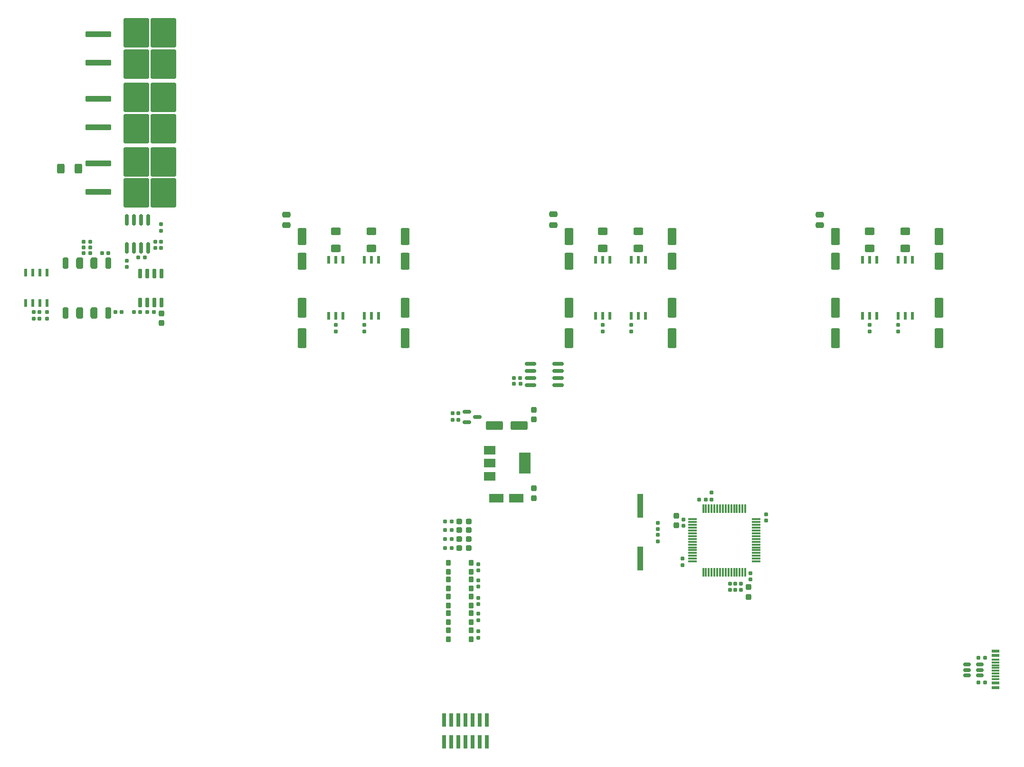
<source format=gbr>
%TF.GenerationSoftware,KiCad,Pcbnew,7.0.5-7.0.5~ubuntu22.04.1*%
%TF.CreationDate,2023-07-11T09:47:34+02:00*%
%TF.ProjectId,Inverter_KiCAD,496e7665-7274-4657-925f-4b694341442e,rev?*%
%TF.SameCoordinates,Original*%
%TF.FileFunction,Paste,Top*%
%TF.FilePolarity,Positive*%
%FSLAX46Y46*%
G04 Gerber Fmt 4.6, Leading zero omitted, Abs format (unit mm)*
G04 Created by KiCad (PCBNEW 7.0.5-7.0.5~ubuntu22.04.1) date 2023-07-11 09:47:34*
%MOMM*%
%LPD*%
G01*
G04 APERTURE LIST*
G04 Aperture macros list*
%AMRoundRect*
0 Rectangle with rounded corners*
0 $1 Rounding radius*
0 $2 $3 $4 $5 $6 $7 $8 $9 X,Y pos of 4 corners*
0 Add a 4 corners polygon primitive as box body*
4,1,4,$2,$3,$4,$5,$6,$7,$8,$9,$2,$3,0*
0 Add four circle primitives for the rounded corners*
1,1,$1+$1,$2,$3*
1,1,$1+$1,$4,$5*
1,1,$1+$1,$6,$7*
1,1,$1+$1,$8,$9*
0 Add four rect primitives between the rounded corners*
20,1,$1+$1,$2,$3,$4,$5,0*
20,1,$1+$1,$4,$5,$6,$7,0*
20,1,$1+$1,$6,$7,$8,$9,0*
20,1,$1+$1,$8,$9,$2,$3,0*%
G04 Aperture macros list end*
%ADD10RoundRect,0.237500X-0.287500X-0.237500X0.287500X-0.237500X0.287500X0.237500X-0.287500X0.237500X0*%
%ADD11RoundRect,0.155000X-0.212500X-0.155000X0.212500X-0.155000X0.212500X0.155000X-0.212500X0.155000X0*%
%ADD12RoundRect,0.250000X0.550000X-1.250000X0.550000X1.250000X-0.550000X1.250000X-0.550000X-1.250000X0*%
%ADD13RoundRect,0.250000X0.625000X-0.400000X0.625000X0.400000X-0.625000X0.400000X-0.625000X-0.400000X0*%
%ADD14RoundRect,0.155000X0.212500X0.155000X-0.212500X0.155000X-0.212500X-0.155000X0.212500X-0.155000X0*%
%ADD15RoundRect,0.160000X-0.160000X0.197500X-0.160000X-0.197500X0.160000X-0.197500X0.160000X0.197500X0*%
%ADD16RoundRect,0.250000X-0.475000X0.250000X-0.475000X-0.250000X0.475000X-0.250000X0.475000X0.250000X0*%
%ADD17RoundRect,0.250000X-2.050000X-0.300000X2.050000X-0.300000X2.050000X0.300000X-2.050000X0.300000X0*%
%ADD18RoundRect,0.250000X-2.025000X-2.375000X2.025000X-2.375000X2.025000X2.375000X-2.025000X2.375000X0*%
%ADD19RoundRect,0.155000X-0.155000X0.212500X-0.155000X-0.212500X0.155000X-0.212500X0.155000X0.212500X0*%
%ADD20R,1.450000X0.600000*%
%ADD21R,1.450000X0.300000*%
%ADD22RoundRect,0.160000X0.197500X0.160000X-0.197500X0.160000X-0.197500X-0.160000X0.197500X-0.160000X0*%
%ADD23RoundRect,0.150000X-0.512500X-0.150000X0.512500X-0.150000X0.512500X0.150000X-0.512500X0.150000X0*%
%ADD24R,0.508000X1.460500*%
%ADD25RoundRect,0.254000X0.254000X0.746000X-0.254000X0.746000X-0.254000X-0.746000X0.254000X-0.746000X0*%
%ADD26RoundRect,0.317500X0.317500X0.682500X-0.317500X0.682500X-0.317500X-0.682500X0.317500X-0.682500X0*%
%ADD27RoundRect,0.265000X0.265000X0.735000X-0.265000X0.735000X-0.265000X-0.735000X0.265000X-0.735000X0*%
%ADD28RoundRect,0.225000X-0.225000X-0.275000X0.225000X-0.275000X0.225000X0.275000X-0.225000X0.275000X0*%
%ADD29RoundRect,0.150000X0.150000X-0.825000X0.150000X0.825000X-0.150000X0.825000X-0.150000X-0.825000X0*%
%ADD30RoundRect,0.237500X0.237500X-0.287500X0.237500X0.287500X-0.237500X0.287500X-0.237500X-0.287500X0*%
%ADD31RoundRect,0.160000X0.160000X-0.197500X0.160000X0.197500X-0.160000X0.197500X-0.160000X-0.197500X0*%
%ADD32RoundRect,0.075000X-0.700000X-0.075000X0.700000X-0.075000X0.700000X0.075000X-0.700000X0.075000X0*%
%ADD33RoundRect,0.075000X-0.075000X-0.700000X0.075000X-0.700000X0.075000X0.700000X-0.075000X0.700000X0*%
%ADD34RoundRect,0.250000X-0.550000X1.500000X-0.550000X-1.500000X0.550000X-1.500000X0.550000X1.500000X0*%
%ADD35RoundRect,0.150000X-0.587500X-0.150000X0.587500X-0.150000X0.587500X0.150000X-0.587500X0.150000X0*%
%ADD36RoundRect,0.160000X-0.197500X-0.160000X0.197500X-0.160000X0.197500X0.160000X-0.197500X0.160000X0*%
%ADD37RoundRect,0.250000X1.250000X0.550000X-1.250000X0.550000X-1.250000X-0.550000X1.250000X-0.550000X0*%
%ADD38R,0.508000X1.346200*%
%ADD39RoundRect,0.237500X-0.237500X0.300000X-0.237500X-0.300000X0.237500X-0.300000X0.237500X0.300000X0*%
%ADD40RoundRect,0.155000X0.155000X-0.212500X0.155000X0.212500X-0.155000X0.212500X-0.155000X-0.212500X0*%
%ADD41R,1.016000X4.318000*%
%ADD42R,0.740000X2.400000*%
%ADD43RoundRect,0.250000X-1.050000X-0.550000X1.050000X-0.550000X1.050000X0.550000X-1.050000X0.550000X0*%
%ADD44RoundRect,0.237500X0.237500X-0.300000X0.237500X0.300000X-0.237500X0.300000X-0.237500X-0.300000X0*%
%ADD45RoundRect,0.250000X-0.400000X-0.625000X0.400000X-0.625000X0.400000X0.625000X-0.400000X0.625000X0*%
%ADD46RoundRect,0.150000X0.825000X0.150000X-0.825000X0.150000X-0.825000X-0.150000X0.825000X-0.150000X0*%
%ADD47R,2.000000X1.500000*%
%ADD48R,2.000000X3.800000*%
%ADD49RoundRect,0.150000X0.150000X-0.725000X0.150000X0.725000X-0.150000X0.725000X-0.150000X-0.725000X0*%
G04 APERTURE END LIST*
D10*
%TO.C,D802*%
X114325000Y-159200000D03*
X116075000Y-159200000D03*
%TD*%
D11*
%TO.C,C812*%
X157150000Y-153775000D03*
X158285000Y-153775000D03*
%TD*%
D12*
%TO.C,C203*%
X86340000Y-111200000D03*
X86340000Y-106800000D03*
%TD*%
D13*
%TO.C,R404*%
X193835000Y-108990000D03*
X193835000Y-105890000D03*
%TD*%
D14*
%TO.C,C901*%
X57467500Y-120300000D03*
X56332500Y-120300000D03*
%TD*%
D15*
%TO.C,R302*%
X145005000Y-122542500D03*
X145005000Y-123737500D03*
%TD*%
D10*
%TO.C,D801*%
X114325000Y-157600000D03*
X116075000Y-157600000D03*
%TD*%
D12*
%TO.C,C204*%
X104740000Y-111200000D03*
X104740000Y-106800000D03*
%TD*%
D13*
%TO.C,R204*%
X98715000Y-108990000D03*
X98715000Y-105890000D03*
%TD*%
D16*
%TO.C,C306*%
X131125000Y-102875000D03*
X131125000Y-104775000D03*
%TD*%
D12*
%TO.C,C404*%
X199860000Y-111200000D03*
X199860000Y-106800000D03*
%TD*%
D17*
%TO.C,D902*%
X50050000Y-75840000D03*
D18*
X61625000Y-76075000D03*
X61625000Y-70525000D03*
X56775000Y-76075000D03*
X56775000Y-70525000D03*
D17*
X50050000Y-70760000D03*
%TD*%
D19*
%TO.C,C808*%
X166275000Y-166857500D03*
X166275000Y-167992500D03*
%TD*%
D20*
%TO.C,J801*%
X209955000Y-187250000D03*
X209955000Y-186450000D03*
D21*
X209955000Y-185250000D03*
X209955000Y-184250000D03*
X209955000Y-183750000D03*
X209955000Y-182750000D03*
D20*
X209955000Y-181550000D03*
X209955000Y-180750000D03*
X209955000Y-180750000D03*
X209955000Y-181550000D03*
D21*
X209955000Y-182250000D03*
X209955000Y-183250000D03*
X209955000Y-184750000D03*
X209955000Y-185750000D03*
D20*
X209955000Y-186450000D03*
X209955000Y-187250000D03*
%TD*%
D12*
%TO.C,C304*%
X152300000Y-111200000D03*
X152300000Y-106800000D03*
%TD*%
D19*
%TO.C,C902*%
X55100000Y-111132500D03*
X55100000Y-112267500D03*
%TD*%
D22*
%TO.C,R805*%
X112997500Y-159200000D03*
X111802500Y-159200000D03*
%TD*%
D19*
%TO.C,C602*%
X39500000Y-120332500D03*
X39500000Y-121467500D03*
%TD*%
D15*
%TO.C,R201*%
X92365000Y-122542500D03*
X92365000Y-123737500D03*
%TD*%
D23*
%TO.C,U802*%
X207137500Y-183150000D03*
X207137500Y-184100000D03*
X207137500Y-185050000D03*
X204862500Y-185050000D03*
X204862500Y-184100000D03*
X204862500Y-183150000D03*
%TD*%
D24*
%TO.C,U601*%
X40905000Y-113275850D03*
X39635000Y-113275850D03*
X38365000Y-113275850D03*
X37095000Y-113275850D03*
X37095000Y-118724150D03*
X38365000Y-118724150D03*
X39635000Y-118724150D03*
X40905000Y-118724150D03*
%TD*%
D25*
%TO.C,U602*%
X51810000Y-111550000D03*
D26*
X49270000Y-111550000D03*
X46730000Y-111550000D03*
D25*
X44190000Y-111550000D03*
X44190000Y-120450000D03*
D26*
X46730000Y-120450000D03*
X49270000Y-120450000D03*
D27*
X51810000Y-120450000D03*
%TD*%
D11*
%TO.C,C606*%
X53032500Y-120300000D03*
X54167500Y-120300000D03*
%TD*%
D10*
%TO.C,D804*%
X114325000Y-162400000D03*
X116075000Y-162400000D03*
%TD*%
D22*
%TO.C,R1201*%
X125272500Y-133105000D03*
X124077500Y-133105000D03*
%TD*%
D19*
%TO.C,C903*%
X60200000Y-107732500D03*
X60200000Y-108867500D03*
%TD*%
%TO.C,C816*%
X117775000Y-168132500D03*
X117775000Y-169267500D03*
%TD*%
D13*
%TO.C,R303*%
X139925000Y-108990000D03*
X139925000Y-105890000D03*
%TD*%
D28*
%TO.C,SW803*%
X112425000Y-168000000D03*
X116525000Y-168000000D03*
X112425000Y-169600000D03*
X116525000Y-169600000D03*
%TD*%
D22*
%TO.C,R602*%
X48597500Y-109800000D03*
X47402500Y-109800000D03*
%TD*%
D14*
%TO.C,C605*%
X51820000Y-109800000D03*
X50685000Y-109800000D03*
%TD*%
D13*
%TO.C,R304*%
X146275000Y-108990000D03*
X146275000Y-105890000D03*
%TD*%
D29*
%TO.C,U902*%
X55100000Y-108850000D03*
X56370000Y-108850000D03*
X57640000Y-108850000D03*
X58910000Y-108850000D03*
X58910000Y-103900000D03*
X57640000Y-103900000D03*
X56370000Y-103900000D03*
X55100000Y-103900000D03*
%TD*%
D19*
%TO.C,C817*%
X117775000Y-171232500D03*
X117775000Y-172367500D03*
%TD*%
%TO.C,C603*%
X38500000Y-120332500D03*
X38500000Y-121467500D03*
%TD*%
D12*
%TO.C,C403*%
X181460000Y-111200000D03*
X181460000Y-106800000D03*
%TD*%
D15*
%TO.C,R401*%
X187485000Y-122542500D03*
X187485000Y-123737500D03*
%TD*%
D30*
%TO.C,D901*%
X61300000Y-122275000D03*
X61300000Y-120525000D03*
%TD*%
D13*
%TO.C,R203*%
X92365000Y-108990000D03*
X92365000Y-105890000D03*
%TD*%
D30*
%TO.C,L801*%
X165900000Y-171100000D03*
X165900000Y-169350000D03*
%TD*%
D31*
%TO.C,R801*%
X159350000Y-153700000D03*
X159350000Y-152505000D03*
%TD*%
D32*
%TO.C,U801*%
X155925000Y-157250000D03*
X155925000Y-157750000D03*
X155925000Y-158250000D03*
X155925000Y-158750000D03*
X155925000Y-159250000D03*
X155925000Y-159750000D03*
X155925000Y-160250000D03*
X155925000Y-160750000D03*
X155925000Y-161250000D03*
X155925000Y-161750000D03*
X155925000Y-162250000D03*
X155925000Y-162750000D03*
X155925000Y-163250000D03*
X155925000Y-163750000D03*
X155925000Y-164250000D03*
X155925000Y-164750000D03*
D33*
X157850000Y-166675000D03*
X158350000Y-166675000D03*
X158850000Y-166675000D03*
X159350000Y-166675000D03*
X159850000Y-166675000D03*
X160350000Y-166675000D03*
X160850000Y-166675000D03*
X161350000Y-166675000D03*
X161850000Y-166675000D03*
X162350000Y-166675000D03*
X162850000Y-166675000D03*
X163350000Y-166675000D03*
X163850000Y-166675000D03*
X164350000Y-166675000D03*
X164850000Y-166675000D03*
X165350000Y-166675000D03*
D32*
X167275000Y-164750000D03*
X167275000Y-164250000D03*
X167275000Y-163750000D03*
X167275000Y-163250000D03*
X167275000Y-162750000D03*
X167275000Y-162250000D03*
X167275000Y-161750000D03*
X167275000Y-161250000D03*
X167275000Y-160750000D03*
X167275000Y-160250000D03*
X167275000Y-159750000D03*
X167275000Y-159250000D03*
X167275000Y-158750000D03*
X167275000Y-158250000D03*
X167275000Y-157750000D03*
X167275000Y-157250000D03*
D33*
X165350000Y-155325000D03*
X164850000Y-155325000D03*
X164350000Y-155325000D03*
X163850000Y-155325000D03*
X163350000Y-155325000D03*
X162850000Y-155325000D03*
X162350000Y-155325000D03*
X161850000Y-155325000D03*
X161350000Y-155325000D03*
X160850000Y-155325000D03*
X160350000Y-155325000D03*
X159850000Y-155325000D03*
X159350000Y-155325000D03*
X158850000Y-155325000D03*
X158350000Y-155325000D03*
X157850000Y-155325000D03*
%TD*%
D15*
%TO.C,R701*%
X61200000Y-104602500D03*
X61200000Y-105797500D03*
%TD*%
D19*
%TO.C,C809*%
X154350000Y-157257500D03*
X154350000Y-158392500D03*
%TD*%
D10*
%TO.C,D803*%
X114325000Y-160800000D03*
X116075000Y-160800000D03*
%TD*%
D34*
%TO.C,C302*%
X152300000Y-119540000D03*
X152300000Y-124940000D03*
%TD*%
D35*
%TO.C,Q1101*%
X115725000Y-138050000D03*
X115725000Y-139950000D03*
X117600000Y-139000000D03*
%TD*%
D36*
%TO.C,R601*%
X47402500Y-107800000D03*
X48597500Y-107800000D03*
%TD*%
D28*
%TO.C,SW802*%
X112425000Y-165000000D03*
X116525000Y-165000000D03*
X112425000Y-166600000D03*
X116525000Y-166600000D03*
%TD*%
D19*
%TO.C,C815*%
X117775000Y-165232500D03*
X117775000Y-166367500D03*
%TD*%
D15*
%TO.C,R1102*%
X114162500Y-138302500D03*
X114162500Y-139497500D03*
%TD*%
D14*
%TO.C,C604*%
X48567500Y-108800000D03*
X47432500Y-108800000D03*
%TD*%
D34*
%TO.C,C201*%
X86340000Y-119540000D03*
X86340000Y-124940000D03*
%TD*%
D17*
%TO.C,D903*%
X50050000Y-87340000D03*
D18*
X61625000Y-87575000D03*
X61625000Y-82025000D03*
X56775000Y-87575000D03*
X56775000Y-82025000D03*
D17*
X50050000Y-82260000D03*
%TD*%
D37*
%TO.C,C502*%
X125004000Y-140560000D03*
X120604000Y-140560000D03*
%TD*%
D38*
%TO.C,Q301*%
X138655000Y-120991100D03*
X139925000Y-120991100D03*
X141195000Y-120991100D03*
X145005000Y-120991100D03*
X146275000Y-120991100D03*
X147545000Y-120991100D03*
X147545000Y-111008900D03*
X146275000Y-111008900D03*
X145005000Y-111008900D03*
X141195000Y-111008900D03*
X139925000Y-111008900D03*
X138655000Y-111008900D03*
%TD*%
D39*
%TO.C,C813*%
X127700000Y-137737500D03*
X127700000Y-139462500D03*
%TD*%
D40*
%TO.C,C811*%
X154200000Y-165392500D03*
X154200000Y-164257500D03*
%TD*%
D41*
%TO.C,Y801*%
X146600000Y-164199000D03*
X146600000Y-154801000D03*
%TD*%
D38*
%TO.C,Q401*%
X186215000Y-120991100D03*
X187485000Y-120991100D03*
X188755000Y-120991100D03*
X192565000Y-120991100D03*
X193835000Y-120991100D03*
X195105000Y-120991100D03*
X195105000Y-111008900D03*
X193835000Y-111008900D03*
X192565000Y-111008900D03*
X188755000Y-111008900D03*
X187485000Y-111008900D03*
X186215000Y-111008900D03*
%TD*%
D22*
%TO.C,R804*%
X112997500Y-157600000D03*
X111802500Y-157600000D03*
%TD*%
D34*
%TO.C,C402*%
X199860000Y-119540000D03*
X199860000Y-124940000D03*
%TD*%
D42*
%TO.C,J803*%
X111650000Y-196950000D03*
X111650000Y-193050000D03*
X112920000Y-196950000D03*
X112920000Y-193050000D03*
X114190000Y-196950000D03*
X114190000Y-193050000D03*
X115460000Y-196950000D03*
X115460000Y-193050000D03*
X116730000Y-196950000D03*
X116730000Y-193050000D03*
X118000000Y-196950000D03*
X118000000Y-193050000D03*
X119270000Y-196950000D03*
X119270000Y-193050000D03*
%TD*%
D17*
%TO.C,Q901*%
X50050000Y-93760000D03*
D18*
X56775000Y-93525000D03*
X56775000Y-99075000D03*
X61625000Y-93525000D03*
X61625000Y-99075000D03*
D17*
X50050000Y-98840000D03*
%TD*%
D19*
%TO.C,C818*%
X117775000Y-174100000D03*
X117775000Y-175235000D03*
%TD*%
D22*
%TO.C,R802*%
X208097500Y-186300000D03*
X206902500Y-186300000D03*
%TD*%
D43*
%TO.C,C501*%
X120954000Y-153460000D03*
X124554000Y-153460000D03*
%TD*%
D34*
%TO.C,C301*%
X133900000Y-119540000D03*
X133900000Y-124940000D03*
%TD*%
D19*
%TO.C,C814*%
X117775000Y-177232500D03*
X117775000Y-178367500D03*
%TD*%
D28*
%TO.C,SW801*%
X112425000Y-177000000D03*
X116525000Y-177000000D03*
X112425000Y-178600000D03*
X116525000Y-178600000D03*
%TD*%
%TO.C,SW804*%
X112425000Y-171000000D03*
X116525000Y-171000000D03*
X112425000Y-172600000D03*
X116525000Y-172600000D03*
%TD*%
D44*
%TO.C,C806*%
X127700000Y-153462500D03*
X127700000Y-151737500D03*
%TD*%
D15*
%TO.C,R402*%
X192565000Y-122542500D03*
X192565000Y-123737500D03*
%TD*%
D19*
%TO.C,C904*%
X61200000Y-107732500D03*
X61200000Y-108867500D03*
%TD*%
%TO.C,C601*%
X40900000Y-120332500D03*
X40900000Y-121467500D03*
%TD*%
D45*
%TO.C,R903*%
X43350000Y-94700000D03*
X46450000Y-94700000D03*
%TD*%
D22*
%TO.C,R807*%
X112997500Y-162400000D03*
X111802500Y-162400000D03*
%TD*%
D34*
%TO.C,C202*%
X104740000Y-119540000D03*
X104740000Y-124940000D03*
%TD*%
D46*
%TO.C,U1201*%
X131975000Y-133305000D03*
X131975000Y-132035000D03*
X131975000Y-130765000D03*
X131975000Y-129495000D03*
X127025000Y-129495000D03*
X127025000Y-130765000D03*
X127025000Y-132035000D03*
X127025000Y-133305000D03*
%TD*%
D12*
%TO.C,C303*%
X133900000Y-111200000D03*
X133900000Y-106800000D03*
%TD*%
D19*
%TO.C,C805*%
X162600000Y-168732500D03*
X162600000Y-169867500D03*
%TD*%
D38*
%TO.C,Q201*%
X91095000Y-120991100D03*
X92365000Y-120991100D03*
X93635000Y-120991100D03*
X97445000Y-120991100D03*
X98715000Y-120991100D03*
X99985000Y-120991100D03*
X99985000Y-111008900D03*
X98715000Y-111008900D03*
X97445000Y-111008900D03*
X93635000Y-111008900D03*
X92365000Y-111008900D03*
X91095000Y-111008900D03*
%TD*%
D16*
%TO.C,C206*%
X83525000Y-102925000D03*
X83525000Y-104825000D03*
%TD*%
D47*
%TO.C,U503*%
X119754000Y-144960000D03*
X119754000Y-147260000D03*
D48*
X126054000Y-147260000D03*
D47*
X119754000Y-149560000D03*
%TD*%
D22*
%TO.C,R806*%
X112997500Y-160800000D03*
X111802500Y-160800000D03*
%TD*%
D28*
%TO.C,SW805*%
X112425000Y-174000000D03*
X116525000Y-174000000D03*
X112425000Y-175600000D03*
X116525000Y-175600000D03*
%TD*%
D19*
%TO.C,C807*%
X164600000Y-169867500D03*
X164600000Y-168732500D03*
%TD*%
%TO.C,C802*%
X149800000Y-160032500D03*
X149800000Y-161167500D03*
%TD*%
D22*
%TO.C,R803*%
X208100000Y-181900000D03*
X206905000Y-181900000D03*
%TD*%
D19*
%TO.C,C810*%
X163600000Y-168732500D03*
X163600000Y-169867500D03*
%TD*%
D15*
%TO.C,R1101*%
X113162500Y-138302500D03*
X113162500Y-139497500D03*
%TD*%
D40*
%TO.C,C801*%
X149800000Y-159000000D03*
X149800000Y-157865000D03*
%TD*%
D36*
%TO.C,R901*%
X58762500Y-120300000D03*
X59957500Y-120300000D03*
%TD*%
D19*
%TO.C,C804*%
X169075000Y-156332500D03*
X169075000Y-157467500D03*
%TD*%
D39*
%TO.C,C803*%
X153075000Y-156612500D03*
X153075000Y-158337500D03*
%TD*%
D15*
%TO.C,R301*%
X139925000Y-122542500D03*
X139925000Y-123737500D03*
%TD*%
D36*
%TO.C,R902*%
X57100000Y-110600000D03*
X58295000Y-110600000D03*
%TD*%
D16*
%TO.C,C406*%
X178625000Y-102900000D03*
X178625000Y-104800000D03*
%TD*%
D11*
%TO.C,C1201*%
X124107500Y-132105000D03*
X125242500Y-132105000D03*
%TD*%
D34*
%TO.C,C401*%
X181460000Y-119540000D03*
X181460000Y-124940000D03*
%TD*%
D15*
%TO.C,R202*%
X97445000Y-122542500D03*
X97445000Y-123737500D03*
%TD*%
D13*
%TO.C,R403*%
X187485000Y-108990000D03*
X187485000Y-105890000D03*
%TD*%
D49*
%TO.C,U901*%
X57495000Y-118575000D03*
X58765000Y-118575000D03*
X60035000Y-118575000D03*
X61305000Y-118575000D03*
X61305000Y-113425000D03*
X60035000Y-113425000D03*
X58765000Y-113425000D03*
X57495000Y-113425000D03*
%TD*%
M02*

</source>
